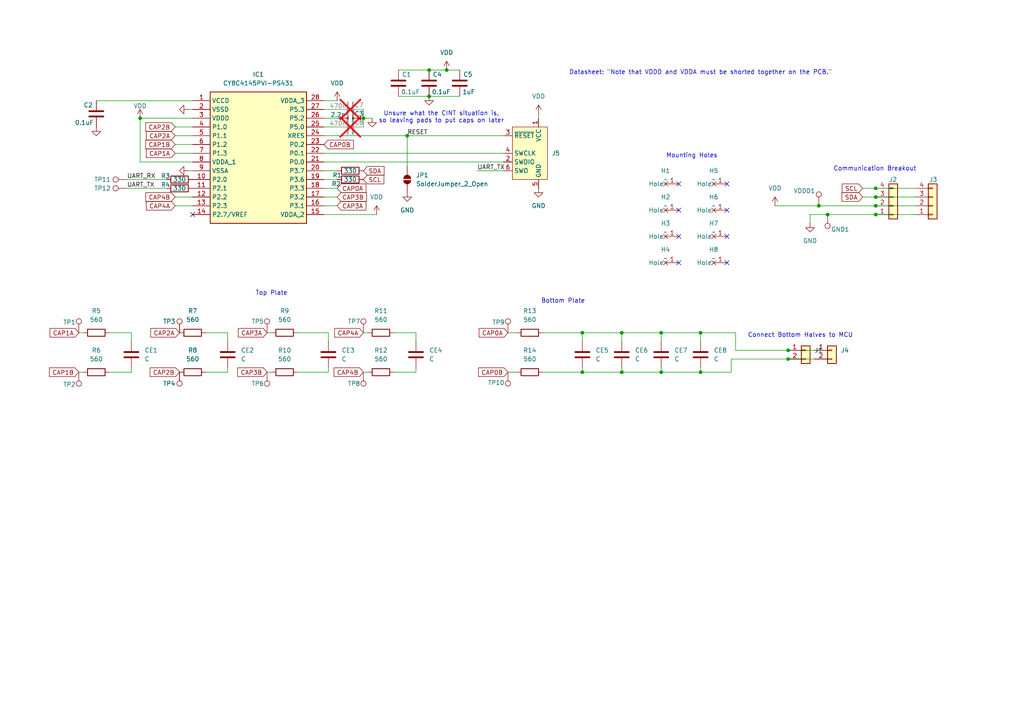
<source format=kicad_sch>
(kicad_sch (version 20250114) (generator "eeschema") (generator_version "9.0")
  (paper "A4")
  (lib_symbols
    (symbol "CY8C4145PVI-PS431:CY8C4145PVI-PS431"
      (property "Reference" "IC" (at 34.29 7.62 0))
      (property "Value" "CY8C4145PVI-PS431" (at 34.29 5.08 0))
      (symbol "CY8C4145PVI-PS431_1_1"
        (rectangle (start 5.08 2.54) (end 33.02 -35.56) (stroke (width 0.254)) (fill (type background)))
        (pin passive line (at 0 0 0) (length 5.08) (name "VCCD") (number "1"))
        (pin passive line (at 0 -2.54 0) (length 5.08) (name "VSSD") (number "2"))
        (pin passive line (at 0 -5.08 0) (length 5.08) (name "VDDD") (number "3"))
        (pin passive line (at 0 -7.62 0) (length 5.08) (name "P1.0") (number "4"))
        (pin passive line (at 0 -10.16 0) (length 5.08) (name "P1.1") (number "5"))
        (pin passive line (at 0 -12.7 0) (length 5.08) (name "P1.2") (number "6"))
        (pin passive line (at 0 -15.24 0) (length 5.08) (name "P1.3") (number "7"))
        (pin passive line (at 0 -17.78 0) (length 5.08) (name "VDDA_1") (number "8"))
        (pin passive line (at 0 -20.32 0) (length 5.08) (name "VSSA") (number "9"))
        (pin passive line (at 0 -22.86 0) (length 5.08) (name "P2.0") (number "10"))
        (pin passive line (at 0 -25.4 0) (length 5.08) (name "P2.1") (number "11"))
        (pin passive line (at 0 -27.94 0) (length 5.08) (name "P2.2") (number "12"))
        (pin passive line (at 0 -30.48 0) (length 5.08) (name "P2.3") (number "13"))
        (pin passive line (at 0 -33.02 0) (length 5.08) (name "P2.7/VREF") (number "14"))
        (pin passive line (at 38.1 0 180) (length 5.08) (name "VDDA_3") (number "28"))
        (pin passive line (at 38.1 -2.54 180) (length 5.08) (name "P5.3") (number "27"))
        (pin passive line (at 38.1 -5.08 180) (length 5.08) (name "P5.2") (number "26"))
        (pin passive line (at 38.1 -7.62 180) (length 5.08) (name "P5.0") (number "25"))
        (pin passive line (at 38.1 -10.16 180) (length 5.08) (name "XRES") (number "24"))
        (pin passive line (at 38.1 -12.7 180) (length 5.08) (name "P0.2") (number "23"))
        (pin passive line (at 38.1 -15.24 180) (length 5.08) (name "P0.1") (number "22"))
        (pin passive line (at 38.1 -17.78 180) (length 5.08) (name "P0.0") (number "21"))
        (pin passive line (at 38.1 -20.32 180) (length 5.08) (name "P3.7") (number "20"))
        (pin passive line (at 38.1 -22.86 180) (length 5.08) (name "P3.6") (number "19"))
        (pin passive line (at 38.1 -25.4 180) (length 5.08) (name "P3.3") (number "18"))
        (pin passive line (at 38.1 -27.94 180) (length 5.08) (name "P3.2") (number "17"))
        (pin passive line (at 38.1 -30.48 180) (length 5.08) (name "P3.1") (number "16"))
        (pin passive line (at 38.1 -33.02 180) (length 5.08) (name "VDDA_2") (number "15"))
      )
    )
    (symbol "Connector:Conn_ARM_SWD_TagConnect_TC2030-NL" (in_bom no)
      (property "Reference" "J" (at 2.54 11.43 0))
      (property "Value" "Conn_ARM_SWD_TagConnect_TC2030-NL" (at 2.54 8.89 0))
      (symbol "Conn_ARM_SWD_TagConnect_TC2030-NL_0_0"
        (pin power_in line (at -2.54 10.16 270) (length 2.54) (name "VCC") (number "1"))
        (pin power_in line (at -2.54 -10.16 90) (length 2.54) (name "GND") (number "5"))
        (pin open_collector line (at 7.62 5.08 180) (length 2.54) (name "~{RESET}") (number "3"))
        (pin output line (at 7.62 0 180) (length 2.54) (name "SWCLK") (number "4"))
        (pin bidirectional line (at 7.62 -2.54 180) (length 2.54) (name "SWDIO") (number "2"))
        (pin input line (at 7.62 -5.08 180) (length 2.54) (name "SWO") (number "6"))
      )
      (symbol "Conn_ARM_SWD_TagConnect_TC2030-NL_0_1"
        (rectangle (start -5.08 7.62) (end 5.08 -7.62) (fill (type background)))
      )
    )
    (symbol "Connector:TestPoint" (pin_numbers (hide yes)) (pin_names (offset 0.762) (hide yes))
      (property "Reference" "TP" (at 0 6.858 0))
      (property "Value" "TestPoint" (at 0 5.08 0))
      (symbol "TestPoint_0_1"
        (circle (center 0 3.302) (radius 0.762))
      )
      (symbol "TestPoint_1_1"
        (pin passive line (at 0 0 90) (length 2.54) (name "1") (number "1"))
      )
    )
    (symbol "Connector_Generic:Conn_01x02" (pin_names (offset 1.016) (hide yes))
      (property "Reference" "J" (at 0 2.54 0))
      (property "Value" "Conn_01x02" (at 0 -5.08 0))
      (symbol "Conn_01x02_1_1"
        (rectangle (start -1.27 1.27) (end 1.27 -3.81) (stroke (width 0.254)) (fill (type background)))
        (rectangle (start -1.27 0.127) (end 0 -0.127) (stroke (width 0.1524)))
        (rectangle (start -1.27 -2.413) (end 0 -2.667) (stroke (width 0.1524)))
        (pin passive line (at -5.08 0 0) (length 3.81) (name "Pin_1") (number "1"))
        (pin passive line (at -5.08 -2.54 0) (length 3.81) (name "Pin_2") (number "2"))
      )
    )
    (symbol "Connector_Generic:Conn_01x04" (pin_names (offset 1.016) (hide yes))
      (property "Reference" "J" (at 0 5.08 0))
      (property "Value" "Conn_01x04" (at 0 -7.62 0))
      (symbol "Conn_01x04_1_1"
        (rectangle (start -1.27 3.81) (end 1.27 -6.35) (stroke (width 0.254)) (fill (type background)))
        (rectangle (start -1.27 2.667) (end 0 2.413) (stroke (width 0.1524)))
        (rectangle (start -1.27 0.127) (end 0 -0.127) (stroke (width 0.1524)))
        (rectangle (start -1.27 -2.413) (end 0 -2.667) (stroke (width 0.1524)))
        (rectangle (start -1.27 -4.953) (end 0 -5.207) (stroke (width 0.1524)))
        (pin passive line (at -5.08 2.54 0) (length 3.81) (name "Pin_1") (number "1"))
        (pin passive line (at -5.08 0 0) (length 3.81) (name "Pin_2") (number "2"))
        (pin passive line (at -5.08 -2.54 0) (length 3.81) (name "Pin_3") (number "3"))
        (pin passive line (at -5.08 -5.08 0) (length 3.81) (name "Pin_4") (number "4"))
      )
    )
    (symbol "Device:C" (pin_numbers (hide yes)) (pin_names (offset 0.254))
      (property "Reference" "C" (at 0.635 2.54 0))
      (property "Value" "C" (at 0.635 -2.54 0))
      (symbol "C_0_1"
        (polyline (pts (xy -2.032 0.762) (xy 2.032 0.762)) (stroke (width 0.508)))
        (polyline (pts (xy -2.032 -0.762) (xy 2.032 -0.762)) (stroke (width 0.508)))
      )
      (symbol "C_1_1"
        (pin passive line (at 0 3.81 270) (length 2.794) (name "~") (number "1"))
        (pin passive line (at 0 -3.81 90) (length 2.794) (name "~") (number "2"))
      )
    )
    (symbol "Device:R" (pin_numbers (hide yes)) (pin_names (offset 0))
      (property "Reference" "R" (at 2.032 0 90))
      (property "Value" "R" (at 0 0 90))
      (symbol "R_0_1"
        (rectangle (start -1.016 -2.54) (end 1.016 2.54) (stroke (width 0.254)))
      )
      (symbol "R_1_1"
        (pin passive line (at 0 3.81 270) (length 1.27) (name "~") (number "1"))
        (pin passive line (at 0 -3.81 90) (length 1.27) (name "~") (number "2"))
      )
    )
    (symbol "ECE445L:C" (pin_numbers (hide yes)) (pin_names (offset 0.254))
      (property "Reference" "C" (at 0.635 2.54 0))
      (property "Value" "C" (at 0.635 -2.54 0))
      (symbol "C_0_1"
        (polyline (pts (xy -2.032 0.762) (xy 2.032 0.762)) (stroke (width 0.508)))
        (polyline (pts (xy -2.032 -0.762) (xy 2.032 -0.762)) (stroke (width 0.508)))
      )
      (symbol "C_1_1"
        (pin passive line (at 0 3.81 270) (length 2.794) (name "~") (number "1"))
        (pin passive line (at 0 -3.81 90) (length 2.794) (name "~") (number "2"))
      )
    )
    (symbol "ECE445L:MountingHole"
      (property "Reference" "H" (at 0 0 0))
      (symbol "MountingHole_1_1"
        (pin power_in non_logic (at 0 0 180) (length 3.81) (name "Hole") (number "1"))
      )
    )
    (symbol "Jumper:SolderJumper_2_Open" (pin_numbers (hide yes)) (pin_names (offset 0) (hide yes)) (exclude_from_sim yes) (in_bom no)
      (property "Reference" "JP" (at 0 2.032 0))
      (property "Value" "SolderJumper_2_Open" (at 0 -2.54 0))
      (symbol "SolderJumper_2_Open_0_1"
        (polyline (pts (xy -0.254 1.016) (xy -0.254 -1.016)))
        (arc (start -0.254 -1.016) (mid -1.2656 0) (end -0.254 1.016))
        (arc (start -0.254 -1.016) (mid -1.2656 0) (end -0.254 1.016) (fill (type outline)))
        (arc (start 0.254 1.016) (mid 1.2656 0) (end 0.254 -1.016))
        (arc (start 0.254 1.016) (mid 1.2656 0) (end 0.254 -1.016) (fill (type outline)))
        (polyline (pts (xy 0.254 1.016) (xy 0.254 -1.016)))
      )
      (symbol "SolderJumper_2_Open_1_1"
        (pin passive line (at -3.81 0 0) (length 2.54) (name "A") (number "1"))
        (pin passive line (at 3.81 0 180) (length 2.54) (name "B") (number "2"))
      )
    )
    (symbol "power:GND" (power) (pin_numbers (hide yes)) (pin_names (offset 0) (hide yes))
      (property "Value" "GND" (at 0 -3.81 0))
      (symbol "GND_0_1"
        (polyline (pts (xy 0 0) (xy 0 -1.27) (xy 1.27 -1.27) (xy 0 -2.54) (xy -1.27 -1.27) (xy 0 -1.27)))
      )
      (symbol "GND_1_1"
        (pin power_in line (at 0 0 270) (length 0) (name "~") (number "1"))
      )
    )
    (symbol "power:VDD" (power) (pin_numbers (hide yes)) (pin_names (offset 0) (hide yes))
      (property "Value" "VDD" (at 0 3.556 0))
      (symbol "VDD_0_1"
        (polyline (pts (xy -0.762 1.27) (xy 0 2.54)))
        (polyline (pts (xy 0 2.54) (xy 0.762 1.27)))
        (polyline (pts (xy 0 0) (xy 0 2.54)))
      )
      (symbol "VDD_1_1"
        (pin power_in line (at 0 0 90) (length 0) (name "~") (number "1"))
      )
    )
  )
  (text "Datasheet: \"Note that VDDD and VDDA must be shorted together on the PCB.\"" (at 203.2 21.082 0) (effects (font (size 1.27 1.27))))
  (text "Top Plate" (at 78.74 85.09 0) (effects (font (size 1.27 1.27))))
  (text "Mounting Holes" (at 200.66 45.212 0) (effects (font (size 1.27 1.27))))
  (text "Unsure what the CINT situation is,\nso leaving pads to put caps on later" (at 128.016 34.036 0) (effects (font (size 1.27 1.27))))
  (text "Bottom Plate" (at 163.322 87.376 0) (effects (font (size 1.27 1.27))))
  (text "Communication Breakout\n" (at 253.746 49.022 0) (effects (font (size 1.27 1.27))))
  (text "Connect Bottom Halves to MCU\n" (at 232.156 97.282 0) (effects (font (size 1.27 1.27))))
  (junction (at 168.91 107.95))
  (junction (at 254 57.15))
  (junction (at 180.34 96.52))
  (junction (at 191.77 96.52))
  (junction (at 168.91 96.52))
  (junction (at 203.2 107.95))
  (junction (at 40.64 34.29))
  (junction (at 191.77 107.95))
  (junction (at 118.11 39.37))
  (junction (at 105.41 34.29))
  (junction (at 254 62.23))
  (junction (at 254 54.61))
  (junction (at 129.54 20.32))
  (junction (at 228.6 104.14))
  (junction (at 203.2 96.52))
  (junction (at 124.46 20.32))
  (junction (at 240.03 62.23))
  (junction (at 124.46 27.94))
  (junction (at 254 59.69))
  (junction (at 228.6 101.6))
  (junction (at 237.49 59.69))
  (junction (at 180.34 107.95))
  (no_connect (at 210.82 53.34))
  (no_connect (at 196.85 76.2))
  (no_connect (at 55.88 62.23))
  (no_connect (at 210.82 68.58))
  (no_connect (at 210.82 76.2))
  (no_connect (at 196.85 68.58))
  (no_connect (at 196.85 53.34))
  (no_connect (at 196.85 60.96))
  (no_connect (at 210.82 60.96))
  (wire (pts (xy 228.6 104.14) (xy 236.22 104.14)))
  (wire (pts (xy 66.04 96.52) (xy 66.04 99.06)))
  (wire (pts (xy 237.49 59.69) (xy 254 59.69)))
  (wire (pts (xy 24.13 96.52) (xy 22.86 96.52)))
  (wire (pts (xy 212.09 104.14) (xy 212.09 107.95)))
  (wire (pts (xy 254 59.69) (xy 265.43 59.69)))
  (wire (pts (xy 93.98 31.75) (xy 97.79 31.75)))
  (wire (pts (xy 36.83 52.07) (xy 48.26 52.07)))
  (wire (pts (xy 213.36 101.6) (xy 213.36 96.52)))
  (wire (pts (xy 105.41 96.52) (xy 106.68 96.52)))
  (wire (pts (xy 93.98 62.23) (xy 109.22 62.23)))
  (wire (pts (xy 254 54.61) (xy 265.43 54.61)))
  (wire (pts (xy 106.68 107.95) (xy 105.41 107.95)))
  (wire (pts (xy 50.8 59.69) (xy 55.88 59.69)))
  (wire (pts (xy 118.11 39.37) (xy 118.11 48.26)))
  (wire (pts (xy 59.69 107.95) (xy 66.04 107.95)))
  (wire (pts (xy 228.6 101.6) (xy 236.22 101.6)))
  (wire (pts (xy 86.36 96.52) (xy 95.25 96.52)))
  (wire (pts (xy 36.83 54.61) (xy 48.26 54.61)))
  (wire (pts (xy 93.98 59.69) (xy 97.79 59.69)))
  (wire (pts (xy 180.34 106.68) (xy 180.34 107.95)))
  (wire (pts (xy 86.36 107.95) (xy 95.25 107.95)))
  (wire (pts (xy 120.65 96.52) (xy 120.65 99.06)))
  (wire (pts (xy 54.61 49.53) (xy 55.88 49.53)))
  (wire (pts (xy 93.98 34.29) (xy 97.79 34.29)))
  (wire (pts (xy 114.3 107.95) (xy 120.65 107.95)))
  (wire (pts (xy 40.64 34.29) (xy 55.88 34.29)))
  (wire (pts (xy 93.98 39.37) (xy 118.11 39.37)))
  (wire (pts (xy 191.77 107.95) (xy 203.2 107.95)))
  (wire (pts (xy 22.86 107.95) (xy 24.13 107.95)))
  (wire (pts (xy 129.54 20.32) (xy 133.35 20.32)))
  (wire (pts (xy 40.64 34.29) (xy 40.64 46.99)))
  (wire (pts (xy 38.1 107.95) (xy 38.1 106.68)))
  (wire (pts (xy 93.98 29.21) (xy 97.79 29.21)))
  (wire (pts (xy 93.98 44.45) (xy 146.05 44.45)))
  (wire (pts (xy 54.61 31.75) (xy 55.88 31.75)))
  (wire (pts (xy 115.57 20.32) (xy 124.46 20.32)))
  (wire (pts (xy 212.09 104.14) (xy 228.6 104.14)))
  (wire (pts (xy 168.91 107.95) (xy 168.91 106.68)))
  (wire (pts (xy 77.47 96.52) (xy 78.74 96.52)))
  (wire (pts (xy 250.19 57.15) (xy 254 57.15)))
  (wire (pts (xy 191.77 96.52) (xy 203.2 96.52)))
  (wire (pts (xy 234.95 62.23) (xy 240.03 62.23)))
  (wire (pts (xy 95.25 107.95) (xy 95.25 106.68)))
  (wire (pts (xy 203.2 96.52) (xy 203.2 99.06)))
  (wire (pts (xy 50.8 39.37) (xy 55.88 39.37)))
  (wire (pts (xy 156.21 33.02) (xy 156.21 34.29)))
  (wire (pts (xy 93.98 46.99) (xy 146.05 46.99)))
  (wire (pts (xy 93.98 52.07) (xy 97.79 52.07)))
  (wire (pts (xy 129.54 20.32) (xy 124.46 20.32)))
  (wire (pts (xy 224.79 59.69) (xy 237.49 59.69)))
  (wire (pts (xy 147.32 96.52) (xy 149.86 96.52)))
  (wire (pts (xy 93.98 57.15) (xy 97.79 57.15)))
  (wire (pts (xy 240.03 62.23) (xy 254 62.23)))
  (wire (pts (xy 234.95 62.23) (xy 234.95 64.77)))
  (wire (pts (xy 168.91 107.95) (xy 180.34 107.95)))
  (wire (pts (xy 180.34 96.52) (xy 191.77 96.52)))
  (wire (pts (xy 31.75 96.52) (xy 38.1 96.52)))
  (wire (pts (xy 180.34 107.95) (xy 191.77 107.95)))
  (wire (pts (xy 118.11 39.37) (xy 146.05 39.37)))
  (wire (pts (xy 168.91 96.52) (xy 180.34 96.52)))
  (wire (pts (xy 212.09 107.95) (xy 203.2 107.95)))
  (wire (pts (xy 157.48 96.52) (xy 168.91 96.52)))
  (wire (pts (xy 50.8 41.91) (xy 55.88 41.91)))
  (wire (pts (xy 147.32 107.95) (xy 149.86 107.95)))
  (wire (pts (xy 115.57 27.94) (xy 124.46 27.94)))
  (wire (pts (xy 114.3 96.52) (xy 120.65 96.52)))
  (wire (pts (xy 180.34 96.52) (xy 180.34 99.06)))
  (wire (pts (xy 120.65 107.95) (xy 120.65 106.68)))
  (wire (pts (xy 38.1 96.52) (xy 38.1 99.06)))
  (wire (pts (xy 105.41 34.29) (xy 105.41 36.83)))
  (wire (pts (xy 157.48 107.95) (xy 168.91 107.95)))
  (wire (pts (xy 250.19 54.61) (xy 254 54.61)))
  (wire (pts (xy 191.77 106.68) (xy 191.77 107.95)))
  (wire (pts (xy 254 57.15) (xy 265.43 57.15)))
  (wire (pts (xy 59.69 96.52) (xy 66.04 96.52)))
  (wire (pts (xy 93.98 54.61) (xy 97.79 54.61)))
  (wire (pts (xy 95.25 96.52) (xy 95.25 99.06)))
  (wire (pts (xy 138.43 49.53) (xy 146.05 49.53)))
  (wire (pts (xy 203.2 107.95) (xy 203.2 106.68)))
  (wire (pts (xy 105.41 34.29) (xy 107.95 34.29)))
  (wire (pts (xy 50.8 57.15) (xy 55.88 57.15)))
  (wire (pts (xy 97.79 36.83) (xy 93.98 36.83)))
  (wire (pts (xy 213.36 101.6) (xy 228.6 101.6)))
  (wire (pts (xy 66.04 107.95) (xy 66.04 106.68)))
  (wire (pts (xy 93.98 49.53) (xy 97.79 49.53)))
  (wire (pts (xy 27.94 29.21) (xy 55.88 29.21)))
  (wire (pts (xy 77.47 107.95) (xy 78.74 107.95)))
  (wire (pts (xy 168.91 96.52) (xy 168.91 99.06)))
  (wire (pts (xy 191.77 96.52) (xy 191.77 99.06)))
  (wire (pts (xy 124.46 27.94) (xy 133.35 27.94)))
  (wire (pts (xy 254 62.23) (xy 265.43 62.23)))
  (wire (pts (xy 105.41 31.75) (xy 105.41 34.29)))
  (wire (pts (xy 31.75 107.95) (xy 38.1 107.95)))
  (wire (pts (xy 40.64 46.99) (xy 55.88 46.99)))
  (wire (pts (xy 213.36 96.52) (xy 203.2 96.52)))
  (wire (pts (xy 50.8 44.45) (xy 55.88 44.45)))
  (wire (pts (xy 50.8 36.83) (xy 55.88 36.83)))
  (label "UART_TX" (at 138.43 49.53 0))
  (label "UART_TX" (at 36.83 54.61 0))
  (label "RESET" (at 118.11 39.37 0))
  (label "UART_RX" (at 36.83 52.07 0))
  (global_label "CAP0B" (shape input) (at 93.98 41.91 0) (property "Intersheetrefs" "${INTERSHEET_REFS}" (effects (hide yes))))
  (global_label "CAP2A" (shape input) (at 52.07 96.52 180) (property "Intersheetrefs" "${INTERSHEET_REFS}" (effects (hide yes))))
  (global_label "CAP1B" (shape input) (at 50.8 41.91 180) (property "Intersheetrefs" "${INTERSHEET_REFS}" (effects (hide yes))))
  (global_label "CAP3B" (shape input) (at 77.47 107.95 180) (property "Intersheetrefs" "${INTERSHEET_REFS}" (effects (hide yes))))
  (global_label "CAP4A" (shape input) (at 105.41 96.52 180) (property "Intersheetrefs" "${INTERSHEET_REFS}" (effects (hide yes))))
  (global_label "CAP0B" (shape input) (at 147.32 107.95 180) (property "Intersheetrefs" "${INTERSHEET_REFS}" (effects (hide yes))))
  (global_label "CAP4A" (shape input) (at 50.8 59.69 180) (property "Intersheetrefs" "${INTERSHEET_REFS}" (effects (hide yes))))
  (global_label "CAP2B" (shape input) (at 52.07 107.95 180) (property "Intersheetrefs" "${INTERSHEET_REFS}" (effects (hide yes))))
  (global_label "SDA" (shape input) (at 105.41 49.53 0) (property "Intersheetrefs" "${INTERSHEET_REFS}" (effects (hide yes))))
  (global_label "SDA" (shape input) (at 250.19 57.15 180) (property "Intersheetrefs" "${INTERSHEET_REFS}" (effects (hide yes))))
  (global_label "SCL" (shape input) (at 105.41 52.07 0) (property "Intersheetrefs" "${INTERSHEET_REFS}" (effects (hide yes))))
  (global_label "CAP1B" (shape input) (at 22.86 107.95 180) (property "Intersheetrefs" "${INTERSHEET_REFS}" (effects (hide yes))))
  (global_label "CAP1A" (shape input) (at 22.86 96.52 180) (property "Intersheetrefs" "${INTERSHEET_REFS}" (effects (hide yes))))
  (global_label "CAP0A" (shape input) (at 97.79 54.61 0) (property "Intersheetrefs" "${INTERSHEET_REFS}" (effects (hide yes))))
  (global_label "CAP4B" (shape input) (at 50.8 57.15 180) (property "Intersheetrefs" "${INTERSHEET_REFS}" (effects (hide yes))))
  (global_label "CAP2A" (shape input) (at 50.8 39.37 180) (property "Intersheetrefs" "${INTERSHEET_REFS}" (effects (hide yes))))
  (global_label "CAP3A" (shape input) (at 97.79 59.69 0) (property "Intersheetrefs" "${INTERSHEET_REFS}" (effects (hide yes))))
  (global_label "CAP1A" (shape input) (at 50.8 44.45 180) (property "Intersheetrefs" "${INTERSHEET_REFS}" (effects (hide yes))))
  (global_label "CAP3A" (shape input) (at 77.47 96.52 180) (property "Intersheetrefs" "${INTERSHEET_REFS}" (effects (hide yes))))
  (global_label "SCL" (shape input) (at 250.19 54.61 180) (property "Intersheetrefs" "${INTERSHEET_REFS}" (effects (hide yes))))
  (global_label "CAP3B" (shape input) (at 97.79 57.15 0) (property "Intersheetrefs" "${INTERSHEET_REFS}" (effects (hide yes))))
  (global_label "CAP2B" (shape input) (at 50.8 36.83 180) (property "Intersheetrefs" "${INTERSHEET_REFS}" (effects (hide yes))))
  (global_label "CAP0A" (shape input) (at 147.32 96.52 180) (property "Intersheetrefs" "${INTERSHEET_REFS}" (effects (hide yes))))
  (global_label "CAP4B" (shape input) (at 105.41 107.95 180) (property "Intersheetrefs" "${INTERSHEET_REFS}" (effects (hide yes))))
  (symbol (lib_id "Connector:TestPoint") (at 22.86 107.95 180) (unit 1)
    (property "Reference" "TP2" (at 18.288 111.506 0) (effects (justify right)))
    (property "Value" "TestPoint" (effects (hide yes)))
    (property "Footprint" "TestPoint:TestPoint_THTPad_D1.0mm_Drill0.5mm" (effects (hide yes)))
    (property "Description" "test point" (effects (hide yes)))
  )
  (symbol (lib_id "Device:C") (at 101.6 31.75 90) (unit 1) (dnp yes)
    (property "Reference" "C7" (at 104.14 30.48 90))
    (property "Value" "470n" (at 98.044 30.734 90))
    (property "Footprint" "Capacitor_SMD:C_0603_1608Metric_Pad1.08x0.95mm_HandSolder" (effects (hide yes)))
    (property "Description" "Unpolarized capacitor" (effects (hide yes)))
  )
  (symbol (lib_id "Device:R") (at 101.6 49.53 90) (unit 1)
    (property "Reference" "R1" (at 97.79 50.8 90))
    (property "Value" "330" (at 101.6 49.53 90))
    (property "Footprint" "Resistor_SMD:R_0603_1608Metric_Pad0.98x0.95mm_HandSolder" (effects (hide yes)))
    (property "Description" "Resistor" (effects (hide yes)))
  )
  (symbol (lib_id "ECE445L:C") (at 38.1 102.87 0) (unit 1)
    (property "Reference" "CE1" (at 41.91 101.5999 0) (effects (justify left)))
    (property "Value" "C" (at 41.91 104.1399 0) (effects (justify left)))
    (property "Footprint" "ECE382N:02W_02S_COIL_BACK" (effects (hide yes)))
    (property "Description" "Unpolarized capacitor" (effects (hide yes)))
  )
  (symbol (lib_id "power:VDD") (at 129.54 20.32 0) (unit 1)
    (property "Reference" "#PWR05" (effects (hide yes)))
    (property "Value" "VDD" (at 129.54 15.24 0))
    (property "Description" "Power symbol creates a global label with name \"VDD\"" (effects (hide yes)))
  )
  (symbol (lib_id "ECE445L:C") (at 115.57 24.13 0) (unit 1)
    (property "Reference" "C1" (at 116.586 21.59 0) (effects (justify left)))
    (property "Value" "0.1uF" (at 116.332 26.67 0) (effects (justify left)))
    (property "Footprint" "Capacitor_SMD:C_0603_1608Metric_Pad1.08x0.95mm_HandSolder" (effects (hide yes)))
    (property "Description" "Unpolarized capacitor" (effects (hide yes)))
  )
  (symbol (lib_id "Connector:TestPoint") (at 240.03 62.23 180) (unit 1)
    (property "Reference" "GND1" (at 241.046 66.548 0) (effects (justify right)))
    (property "Value" "TestPoint" (effects (hide yes)))
    (property "Footprint" "TestPoint:TestPoint_THTPad_D1.0mm_Drill0.5mm" (effects (hide yes)))
    (property "Description" "test point" (effects (hide yes)))
  )
  (symbol (lib_id "Connector:TestPoint") (at 147.32 96.52 0) (unit 1)
    (property "Reference" "TP9" (at 142.748 93.472 0) (effects (justify left)))
    (property "Value" "TestPoint" (effects (hide yes)))
    (property "Footprint" "TestPoint:TestPoint_THTPad_D1.0mm_Drill0.5mm" (effects (hide yes)))
    (property "Description" "test point" (effects (hide yes)))
  )
  (symbol (lib_id "power:GND") (at 27.94 36.83 0) (unit 1)
    (property "Reference" "#PWR0109" (effects (hide yes)))
    (property "Value" "GND" (effects (hide yes)))
    (property "Description" "Power symbol creates a global label with name \"GND\" , ground" (effects (hide yes)))
  )
  (symbol (lib_id "Connector:TestPoint") (at 52.07 107.95 180) (unit 1)
    (property "Reference" "TP4" (at 47.244 111.252 0) (effects (justify right)))
    (property "Value" "TestPoint" (effects (hide yes)))
    (property "Footprint" "TestPoint:TestPoint_THTPad_D1.0mm_Drill0.5mm" (effects (hide yes)))
    (property "Description" "test point" (effects (hide yes)))
  )
  (symbol (lib_id "Connector:TestPoint") (at 36.83 52.07 90) (unit 1)
    (property "Reference" "TP11" (at 29.718 52.07 90))
    (property "Value" "TestPoint" (effects (hide yes)))
    (property "Footprint" "TestPoint:TestPoint_THTPad_D1.0mm_Drill0.5mm" (effects (hide yes)))
    (property "Description" "test point" (effects (hide yes)))
  )
  (symbol (lib_id "Device:R") (at 27.94 107.95 90) (unit 1)
    (property "Reference" "R6" (at 27.94 101.6 90))
    (property "Value" "560" (at 27.94 104.14 90))
    (property "Footprint" "Resistor_SMD:R_0603_1608Metric_Pad0.98x0.95mm_HandSolder" (effects (hide yes)))
    (property "Description" "Resistor" (effects (hide yes)))
  )
  (symbol (lib_id "ECE445L:MountingHole") (at 196.85 68.58 0) (unit 1)
    (property "Reference" "H3" (at 193.04 64.77 0))
    (property "Value" "~" (at 193.04 67.31 0))
    (property "Footprint" "MountingHole:MountingHole_3.2mm_M3_Pad" (effects (hide yes)))
    (property "Description" "Drill hole for 4-40 screw" (effects (hide yes)))
  )
  (symbol (lib_id "Device:R") (at 110.49 107.95 90) (unit 1)
    (property "Reference" "R12" (at 110.49 101.6 90))
    (property "Value" "560" (at 110.49 104.14 90))
    (property "Footprint" "Resistor_SMD:R_0603_1608Metric_Pad0.98x0.95mm_HandSolder" (effects (hide yes)))
    (property "Description" "Resistor" (effects (hide yes)))
  )
  (symbol (lib_id "ECE445L:C") (at 191.77 102.87 0) (unit 1)
    (property "Reference" "CE7" (at 195.58 101.5999 0) (effects (justify left)))
    (property "Value" "C" (at 195.58 104.1399 0) (effects (justify left)))
    (property "Footprint" "ECE382N:02W_02S__COIL_FRONT" (effects (hide yes)))
    (property "Description" "Unpolarized capacitor" (effects (hide yes)))
  )
  (symbol (lib_id "power:GND") (at 54.61 31.75 270) (unit 1)
    (property "Reference" "#PWR0110" (effects (hide yes)))
    (property "Value" "GND" (effects (hide yes)))
    (property "Description" "Power symbol creates a global label with name \"GND\" , ground" (effects (hide yes)))
  )
  (symbol (lib_id "Device:C") (at 101.6 34.29 90) (unit 1)
    (property "Reference" "C3" (at 104.14 33.02 90))
    (property "Value" "2.2n" (at 98.044 33.274 90))
    (property "Footprint" "Capacitor_SMD:C_0603_1608Metric_Pad1.08x0.95mm_HandSolder" (effects (hide yes)))
    (property "Description" "Unpolarized capacitor" (effects (hide yes)))
  )
  (symbol (lib_id "ECE445L:C") (at 133.35 24.13 0) (unit 1)
    (property "Reference" "C5" (at 134.366 21.59 0) (effects (justify left)))
    (property "Value" "1uF" (at 134.112 26.67 0) (effects (justify left)))
    (property "Footprint" "Capacitor_SMD:C_0603_1608Metric_Pad1.08x0.95mm_HandSolder" (effects (hide yes)))
    (property "Description" "Unpolarized capacitor" (effects (hide yes)))
  )
  (symbol (lib_id "power:VDD") (at 224.79 59.69 0) (unit 1)
    (property "Reference" "#PWR01" (effects (hide yes)))
    (property "Value" "VDD" (at 224.79 54.61 0))
    (property "Description" "Power symbol creates a global label with name \"VDD\"" (effects (hide yes)))
  )
  (symbol (lib_id "power:VDD") (at 156.21 33.02 0) (unit 1)
    (property "Reference" "#PWR06" (effects (hide yes)))
    (property "Value" "VDD" (at 156.21 27.94 0))
    (property "Description" "Power symbol creates a global label with name \"VDD\"" (effects (hide yes)))
  )
  (symbol (lib_id "Connector:TestPoint") (at 77.47 96.52 0) (unit 1)
    (property "Reference" "TP5" (at 72.898 93.218 0) (effects (justify left)))
    (property "Value" "TestPoint" (effects (hide yes)))
    (property "Footprint" "TestPoint:TestPoint_THTPad_D1.0mm_Drill0.5mm" (effects (hide yes)))
    (property "Description" "test point" (effects (hide yes)))
  )
  (symbol (lib_id "Device:R") (at 82.55 107.95 90) (unit 1)
    (property "Reference" "R10" (at 82.55 101.6 90))
    (property "Value" "560" (at 82.55 104.14 90))
    (property "Footprint" "Resistor_SMD:R_0603_1608Metric_Pad0.98x0.95mm_HandSolder" (effects (hide yes)))
    (property "Description" "Resistor" (effects (hide yes)))
  )
  (symbol (lib_id "Jumper:SolderJumper_2_Open") (at 118.11 52.07 90) (unit 1) (exclude_from_sim yes) (in_bom no)
    (property "Reference" "JP1" (at 120.65 50.7999 90) (effects (justify right)))
    (property "Value" "SolderJumper_2_Open" (at 120.65 53.3399 90) (effects (justify right)))
    (property "Footprint" "Jumper:SolderJumper-2_P1.3mm_Open_Pad1.0x1.5mm" (effects (hide yes)))
    (property "Description" "Solder Jumper, 2-pole, open" (effects (hide yes)))
  )
  (symbol (lib_id "power:VDD") (at 97.79 29.21 0) (unit 1)
    (property "Reference" "#PWR03" (effects (hide yes)))
    (property "Value" "VDD" (at 97.79 24.13 0))
    (property "Description" "Power symbol creates a global label with name \"VDD\"" (effects (hide yes)))
  )
  (symbol (lib_id "power:GND") (at 107.95 34.29 0) (unit 1)
    (property "Reference" "#PWR0120" (effects (hide yes)))
    (property "Value" "GND" (effects (hide yes)))
    (property "Description" "Power symbol creates a global label with name \"GND\" , ground" (effects (hide yes)))
  )
  (symbol (lib_id "Connector_Generic:Conn_01x02") (at 233.68 101.6 0) (unit 1)
    (property "Reference" "J1" (at 236.22 101.5999 0) (effects (justify left)))
    (property "Value" "Conn_01x02" (effects (hide yes)))
    (property "Footprint" "Connector_PinHeader_2.00mm:PinHeader_1x02_P2.00mm_Vertical" (effects (hide yes)))
    (property "Description" "Generic connector, single row, 01x02, script generated (kicad-library-utils/schlib/autogen/connector/)" (effects (hide yes)))
  )
  (symbol (lib_id "Device:R") (at 52.07 52.07 90) (unit 1)
    (property "Reference" "R3" (at 48.006 51.054 90))
    (property "Value" "330" (at 52.07 52.07 90))
    (property "Footprint" "Resistor_SMD:R_0603_1608Metric_Pad0.98x0.95mm_HandSolder" (effects (hide yes)))
    (property "Description" "Resistor" (effects (hide yes)))
  )
  (symbol (lib_id "Connector:Conn_ARM_SWD_TagConnect_TC2030-NL") (at 153.67 44.45 0) (mirror y) (unit 1) (in_bom no)
    (property "Reference" "J5" (at 160.02 44.4499 0) (effects (justify right)))
    (property "Value" "Conn_ARM_SWD_TagConnect_TC2030-NL" (effects (hide yes)))
    (property "Footprint" "Connector:Tag-Connect_TC2030-IDC-NL_2x03_P1.27mm_Vertical" (effects (hide yes)))
    (property "Datasheet" "https://www.tag-connect.com/wp-content/uploads/bsk-pdf-manager/TC2030-CTX_1.pdf" (effects (hide yes)))
    (property "Description" "Tag-Connect ARM Cortex SWD JTAG connector, 6 pin, no legs" (effects (hide yes)))
  )
  (symbol (lib_id "ECE445L:C") (at 180.34 102.87 0) (unit 1)
    (property "Reference" "CE6" (at 184.15 101.5999 0) (effects (justify left)))
    (property "Value" "C" (at 184.15 104.1399 0) (effects (justify left)))
    (property "Footprint" "ECE382N:02W_02S__COIL_FRONT" (effects (hide yes)))
    (property "Description" "Unpolarized capacitor" (effects (hide yes)))
  )
  (symbol (lib_id "ECE445L:C") (at 203.2 102.87 0) (unit 1)
    (property "Reference" "CE8" (at 207.01 101.5999 0) (effects (justify left)))
    (property "Value" "C" (at 207.01 104.1399 0) (effects (justify left)))
    (property "Footprint" "ECE382N:02W_02S__COIL_FRONT" (effects (hide yes)))
    (property "Description" "Unpolarized capacitor" (effects (hide yes)))
  )
  (symbol (lib_id "power:VDD") (at 109.22 62.23 0) (unit 1)
    (property "Reference" "#PWR04" (effects (hide yes)))
    (property "Value" "VDD" (at 109.22 57.15 0))
    (property "Description" "Power symbol creates a global label with name \"VDD\"" (effects (hide yes)))
  )
  (symbol (lib_id "Connector:TestPoint") (at 52.07 96.52 0) (unit 1)
    (property "Reference" "TP3" (at 47.244 93.218 0) (effects (justify left)))
    (property "Value" "TestPoint" (effects (hide yes)))
    (property "Footprint" "TestPoint:TestPoint_THTPad_D1.0mm_Drill0.5mm" (effects (hide yes)))
    (property "Description" "test point" (effects (hide yes)))
  )
  (symbol (lib_id "ECE445L:MountingHole") (at 210.82 53.34 0) (unit 1)
    (property "Reference" "H5" (at 207.01 49.53 0))
    (property "Value" "~" (at 207.01 52.07 0))
    (property "Footprint" "MountingHole:MountingHole_3.2mm_M3_Pad" (effects (hide yes)))
    (property "Description" "Drill hole for 4-40 screw" (effects (hide yes)))
  )
  (symbol (lib_id "Connector:TestPoint") (at 105.41 107.95 180) (unit 1)
    (property "Reference" "TP8" (at 100.838 111.252 0) (effects (justify right)))
    (property "Value" "TestPoint" (effects (hide yes)))
    (property "Footprint" "TestPoint:TestPoint_THTPad_D1.0mm_Drill0.5mm" (effects (hide yes)))
    (property "Description" "test point" (effects (hide yes)))
  )
  (symbol (lib_id "power:GND") (at 118.11 55.88 0) (unit 1)
    (property "Reference" "#PWR0116" (effects (hide yes)))
    (property "Value" "GND" (at 118.11 60.96 0))
    (property "Description" "Power symbol creates a global label with name \"GND\" , ground" (effects (hide yes)))
  )
  (symbol (lib_id "power:GND") (at 54.61 49.53 270) (unit 1)
    (property "Reference" "#PWR0111" (effects (hide yes)))
    (property "Value" "GND" (effects (hide yes)))
    (property "Description" "Power symbol creates a global label with name \"GND\" , ground" (effects (hide yes)))
  )
  (symbol (lib_id "ECE445L:C") (at 124.46 24.13 0) (unit 1)
    (property "Reference" "C4" (at 125.476 21.59 0) (effects (justify left)))
    (property "Value" "0.1uF" (at 125.222 26.67 0) (effects (justify left)))
    (property "Footprint" "Capacitor_SMD:C_0603_1608Metric_Pad1.08x0.95mm_HandSolder" (effects (hide yes)))
    (property "Description" "Unpolarized capacitor" (effects (hide yes)))
  )
  (symbol (lib_id "Connector:TestPoint") (at 105.41 96.52 0) (unit 1)
    (property "Reference" "TP7" (at 100.838 93.218 0) (effects (justify left)))
    (property "Value" "TestPoint" (effects (hide yes)))
    (property "Footprint" "TestPoint:TestPoint_THTPad_D1.0mm_Drill0.5mm" (effects (hide yes)))
    (property "Description" "test point" (effects (hide yes)))
  )
  (symbol (lib_id "Connector:TestPoint") (at 77.47 107.95 180) (unit 1)
    (property "Reference" "TP6" (at 72.898 111.252 0) (effects (justify right)))
    (property "Value" "TestPoint" (effects (hide yes)))
    (property "Footprint" "TestPoint:TestPoint_THTPad_D1.0mm_Drill0.5mm" (effects (hide yes)))
    (property "Description" "test point" (effects (hide yes)))
  )
  (symbol (lib_id "power:VDD") (at 40.64 34.29 0) (unit 1)
    (property "Reference" "#PWR02" (effects (hide yes)))
    (property "Value" "VDD" (at 40.64 30.734 0))
    (property "Description" "Power symbol creates a global label with name \"VDD\"" (effects (hide yes)))
  )
  (symbol (lib_id "ECE445L:MountingHole") (at 196.85 76.2 0) (unit 1)
    (property "Reference" "H4" (at 193.04 72.39 0))
    (property "Value" "~" (at 193.04 74.93 0))
    (property "Footprint" "MountingHole:MountingHole_3.2mm_M3_Pad" (effects (hide yes)))
    (property "Description" "Drill hole for 4-40 screw" (effects (hide yes)))
  )
  (symbol (lib_id "Device:R") (at 153.67 107.95 90) (unit 1)
    (property "Reference" "R14" (at 153.67 101.6 90))
    (property "Value" "560" (at 153.67 104.14 90))
    (property "Footprint" "Resistor_SMD:R_0603_1608Metric_Pad0.98x0.95mm_HandSolder" (effects (hide yes)))
    (property "Description" "Resistor" (effects (hide yes)))
  )
  (symbol (lib_id "ECE445L:MountingHole") (at 210.82 68.58 0) (unit 1)
    (property "Reference" "H7" (at 207.01 64.77 0))
    (property "Value" "~" (at 207.01 67.31 0))
    (property "Footprint" "MountingHole:MountingHole_3.2mm_M3_Pad" (effects (hide yes)))
    (property "Description" "Drill hole for 4-40 screw" (effects (hide yes)))
  )
  (symbol (lib_id "Connector_Generic:Conn_01x04") (at 259.08 59.69 0) (mirror x) (unit 1)
    (property "Reference" "J2" (at 257.81 52.07 0) (effects (justify left)))
    (property "Value" "Conn_01x04" (effects (hide yes)))
    (property "Footprint" "Connector_PinHeader_1.27mm:PinHeader_1x04_P1.27mm_Vertical" (effects (hide yes)))
    (property "Description" "Generic connector, single row, 01x04, script generated (kicad-library-utils/schlib/autogen/connector/)" (effects (hide yes)))
  )
  (symbol (lib_id "Device:R") (at 55.88 107.95 90) (unit 1)
    (property "Reference" "R8" (at 55.88 101.6 90))
    (property "Value" "560" (at 55.88 104.14 90))
    (property "Footprint" "Resistor_SMD:R_0603_1608Metric_Pad0.98x0.95mm_HandSolder" (effects (hide yes)))
    (property "Description" "Resistor" (effects (hide yes)))
  )
  (symbol (lib_id "Connector:TestPoint") (at 147.32 107.95 180) (unit 1)
    (property "Reference" "TP10" (at 141.478 110.998 0) (effects (justify right)))
    (property "Value" "TestPoint" (effects (hide yes)))
    (property "Footprint" "TestPoint:TestPoint_THTPad_D1.0mm_Drill0.5mm" (effects (hide yes)))
    (property "Description" "test point" (effects (hide yes)))
  )
  (symbol (lib_id "Connector_Generic:Conn_01x02") (at 241.3 101.6 0) (unit 1)
    (property "Reference" "J4" (at 243.84 101.5999 0) (effects (justify left)))
    (property "Value" "Conn_01x02" (effects (hide yes)))
    (property "Footprint" "Connector_PinHeader_2.00mm:PinHeader_1x02_P2.00mm_Vertical" (effects (hide yes)))
    (property "Description" "Generic connector, single row, 01x02, script generated (kicad-library-utils/schlib/autogen/connector/)" (effects (hide yes)))
  )
  (symbol (lib_id "ECE445L:MountingHole") (at 210.82 76.2 0) (unit 1)
    (property "Reference" "H8" (at 207.01 72.39 0))
    (property "Value" "~" (at 207.01 74.93 0))
    (property "Footprint" "MountingHole:MountingHole_3.2mm_M3_Pad" (effects (hide yes)))
    (property "Description" "Drill hole for 4-40 screw" (effects (hide yes)))
  )
  (symbol (lib_id "Connector:TestPoint") (at 22.86 96.52 0) (unit 1)
    (property "Reference" "TP1" (at 18.288 93.472 0) (effects (justify left)))
    (property "Value" "TestPoint" (effects (hide yes)))
    (property "Footprint" "TestPoint:TestPoint_THTPad_D1.0mm_Drill0.5mm" (effects (hide yes)))
    (property "Description" "test point" (effects (hide yes)))
  )
  (symbol (lib_id "power:GND") (at 156.21 54.61 0) (unit 1)
    (property "Reference" "#PWR0117" (effects (hide yes)))
    (property "Value" "GND" (at 156.21 59.69 0))
    (property "Description" "Power symbol creates a global label with name \"GND\" , ground" (effects (hide yes)))
  )
  (symbol (lib_id "ECE445L:C") (at 120.65 102.87 0) (unit 1)
    (property "Reference" "CE4" (at 124.46 101.5999 0) (effects (justify left)))
    (property "Value" "C" (at 124.46 104.1399 0) (effects (justify left)))
    (property "Footprint" "ECE382N:02W_02S_COIL_BACK" (effects (hide yes)))
    (property "Description" "Unpolarized capacitor" (effects (hide yes)))
  )
  (symbol (lib_id "Device:R") (at 82.55 96.52 90) (unit 1)
    (property "Reference" "R9" (at 82.55 90.17 90))
    (property "Value" "560" (at 82.55 92.71 90))
    (property "Footprint" "Resistor_SMD:R_0603_1608Metric_Pad0.98x0.95mm_HandSolder" (effects (hide yes)))
    (property "Description" "Resistor" (effects (hide yes)))
  )
  (symbol (lib_id "Connector:TestPoint") (at 36.83 54.61 90) (unit 1)
    (property "Reference" "TP12" (at 29.718 54.61 90))
    (property "Value" "TestPoint" (effects (hide yes)))
    (property "Footprint" "TestPoint:TestPoint_THTPad_D1.0mm_Drill0.5mm" (effects (hide yes)))
    (property "Description" "test point" (effects (hide yes)))
  )
  (symbol (lib_id "ECE445L:MountingHole") (at 196.85 60.96 0) (unit 1)
    (property "Reference" "H2" (at 193.04 57.15 0))
    (property "Value" "~" (at 193.04 59.69 0))
    (property "Footprint" "MountingHole:MountingHole_3.2mm_M3_Pad" (effects (hide yes)))
    (property "Description" "Drill hole for 4-40 screw" (effects (hide yes)))
  )
  (symbol (lib_id "ECE445L:MountingHole") (at 210.82 60.96 0) (unit 1)
    (property "Reference" "H6" (at 207.01 57.15 0))
    (property "Value" "~" (at 207.01 59.69 0))
    (property "Footprint" "MountingHole:MountingHole_3.2mm_M3_Pad" (effects (hide yes)))
    (property "Description" "Drill hole for 4-40 screw" (effects (hide yes)))
  )
  (symbol (lib_id "Device:R") (at 153.67 96.52 90) (unit 1)
    (property "Reference" "R13" (at 153.67 90.17 90))
    (property "Value" "560" (at 153.67 92.71 90))
    (property "Footprint" "Resistor_SMD:R_0603_1608Metric_Pad0.98x0.95mm_HandSolder" (effects (hide yes)))
    (property "Description" "Resistor" (effects (hide yes)))
  )
  (symbol (lib_id "Device:R") (at 52.07 54.61 90) (unit 1)
    (property "Reference" "R4" (at 48.006 53.594 90))
    (property "Value" "330" (at 52.07 54.61 90))
    (property "Footprint" "Resistor_SMD:R_0603_1608Metric_Pad0.98x0.95mm_HandSolder" (effects (hide yes)))
    (property "Description" "Resistor" (effects (hide yes)))
  )
  (symbol (lib_id "ECE445L:C") (at 27.94 33.02 0) (mirror y) (unit 1)
    (property "Reference" "C2" (at 26.924 30.48 0) (effects (justify left)))
    (property "Value" "0.1uF" (at 27.178 35.56 0) (effects (justify left)))
    (property "Footprint" "Capacitor_SMD:C_0603_1608Metric_Pad1.08x0.95mm_HandSolder" (effects (hide yes)))
    (property "Description" "Unpolarized capacitor" (effects (hide yes)))
  )
  (symbol (lib_id "Device:R") (at 101.6 52.07 90) (unit 1)
    (property "Reference" "R2" (at 97.536 53.34 90))
    (property "Value" "330" (at 101.6 52.07 90))
    (property "Footprint" "Resistor_SMD:R_0603_1608Metric_Pad0.98x0.95mm_HandSolder" (effects (hide yes)))
    (property "Description" "Resistor" (effects (hide yes)))
  )
  (symbol (lib_id "ECE445L:MountingHole") (at 196.85 53.34 0) (unit 1)
    (property "Reference" "H1" (at 193.04 49.53 0))
    (property "Value" "~" (at 193.04 52.07 0))
    (property "Footprint" "MountingHole:MountingHole_3.2mm_M3_Pad" (effects (hide yes)))
    (property "Description" "Drill hole for 4-40 screw" (effects (hide yes)))
  )
  (symbol (lib_id "Connector_Generic:Conn_01x04") (at 270.51 59.69 0) (mirror x) (unit 1)
    (property "Reference" "J3" (at 269.494 52.07 0) (effects (justify left)))
    (property "Value" "Conn_01x04" (effects (hide yes)))
    (property "Footprint" "Connector_JST:JST_SH_SM04B-SRSS-TB_1x04-1MP_P1.00mm_Horizontal" (effects (hide yes)))
    (property "Description" "Generic connector, single row, 01x04, script generated (kicad-library-utils/schlib/autogen/connector/)" (effects (hide yes)))
  )
  (symbol (lib_id "ECE445L:C") (at 95.25 102.87 0) (unit 1)
    (property "Reference" "CE3" (at 99.06 101.5999 0) (effects (justify left)))
    (property "Value" "C" (at 99.06 104.1399 0) (effects (justify left)))
    (property "Footprint" "ECE382N:02W_02S_COIL_BACK" (effects (hide yes)))
    (property "Description" "Unpolarized capacitor" (effects (hide yes)))
  )
  (symbol (lib_id "Device:R") (at 55.88 96.52 90) (unit 1)
    (property "Reference" "R7" (at 55.88 90.17 90))
    (property "Value" "560" (at 55.88 92.71 90))
    (property "Footprint" "Resistor_SMD:R_0603_1608Metric_Pad0.98x0.95mm_HandSolder" (effects (hide yes)))
    (property "Description" "Resistor" (effects (hide yes)))
  )
  (symbol (lib_id "Device:R") (at 110.49 96.52 90) (unit 1)
    (property "Reference" "R11" (at 110.49 90.17 90))
    (property "Value" "560" (at 110.49 92.71 90))
    (property "Footprint" "Resistor_SMD:R_0603_1608Metric_Pad0.98x0.95mm_HandSolder" (effects (hide yes)))
    (property "Description" "Resistor" (effects (hide yes)))
  )
  (symbol (lib_id "Connector:TestPoint") (at 237.49 59.69 0) (unit 1)
    (property "Reference" "VDDD1" (at 236.474 55.372 0) (effects (justify right)))
    (property "Value" "TestPoint" (effects (hide yes)))
    (property "Footprint" "TestPoint:TestPoint_THTPad_D1.0mm_Drill0.5mm" (effects (hide yes)))
    (property "Description" "test point" (effects (hide yes)))
  )
  (symbol (lib_id "power:GND") (at 124.46 27.94 0) (unit 1)
    (property "Reference" "#PWR0119" (effects (hide yes)))
    (property "Value" "GND" (effects (hide yes)))
    (property "Description" "Power symbol creates a global label with name \"GND\" , ground" (effects (hide yes)))
  )
  (symbol (lib_id "Device:C") (at 101.6 36.83 90) (unit 1) (dnp yes)
    (property "Reference" "C8" (at 104.14 35.56 90))
    (property "Value" "470n" (at 98.044 35.814 90))
    (property "Footprint" "Capacitor_SMD:C_0603_1608Metric_Pad1.08x0.95mm_HandSolder" (effects (hide yes)))
    (property "Description" "Unpolarized capacitor" (effects (hide yes)))
  )
  (symbol (lib_id "ECE445L:C") (at 168.91 102.87 0) (unit 1)
    (property "Reference" "CE5" (at 172.72 101.5999 0) (effects (justify left)))
    (property "Value" "C" (at 172.72 104.1399 0) (effects (justify left)))
    (property "Footprint" "ECE382N:02W_02S__COIL_FRONT" (effects (hide yes)))
    (property "Description" "Unpolarized capacitor" (effects (hide yes)))
  )
  (symbol (lib_id "Device:R") (at 27.94 96.52 90) (unit 1)
    (property "Reference" "R5" (at 27.94 90.17 90))
    (property "Value" "560" (at 27.94 92.71 90))
    (property "Footprint" "Resistor_SMD:R_0603_1608Metric_Pad0.98x0.95mm_HandSolder" (effects (hide yes)))
    (property "Description" "Resistor" (effects (hide yes)))
  )
  (symbol (lib_id "CY8C4145PVI-PS431:CY8C4145PVI-PS431") (at 55.88 29.21 0) (unit 1)
    (property "Reference" "IC1" (at 74.93 21.59 0))
    (property "Value" "CY8C4145PVI-PS431" (at 74.93 24.13 0))
    (property "Footprint" "ECE382N:SOP65P780X200-28N" (effects (hide yes)))
    (property "Datasheet" "https://www.infineon.com/dgdl/Infineon-PSOC_4_PSOC_4100PS_DATASHEET_PROGRAMMABLE_SYSTEM-ON-CHIP_(PSOC_)-DataSheet-v06_00-EN.pdf?fileId=8ac78c8c7d0d8da4017d0ee602426e07" (effects (hide yes)))
    (property "Description" "Cypress Semiconductor CY8C4145PVI-PS431, 32bit ARM Cortex M0 Microcontroller, PSoC4100, 48MHz, 32 kB Flash, 28-Pin SSOP" (effects (hide yes)))
    (property "Height" "2" (effects (hide yes)))
    (property "Manufacturer_Name" "Infineon" (effects (hide yes)))
    (property "Manufacturer_Part_Number" "CY8C4145PVI-PS431" (effects (hide yes)))
  )
  (symbol (lib_id "ECE445L:C") (at 66.04 102.87 0) (unit 1)
    (property "Reference" "CE2" (at 69.85 101.5999 0) (effects (justify left)))
    (property "Value" "C" (at 69.85 104.1399 0) (effects (justify left)))
    (property "Footprint" "ECE382N:02W_02S_COIL_BACK" (effects (hide yes)))
    (property "Description" "Unpolarized capacitor" (effects (hide yes)))
  )
  (symbol (lib_id "power:GND") (at 234.95 64.77 0) (unit 1)
    (property "Reference" "#PWR0118" (effects (hide yes)))
    (property "Value" "GND" (at 234.95 69.85 0))
    (property "Description" "Power symbol creates a global label with name \"GND\" , ground" (effects (hide yes)))
  )
)
</source>
